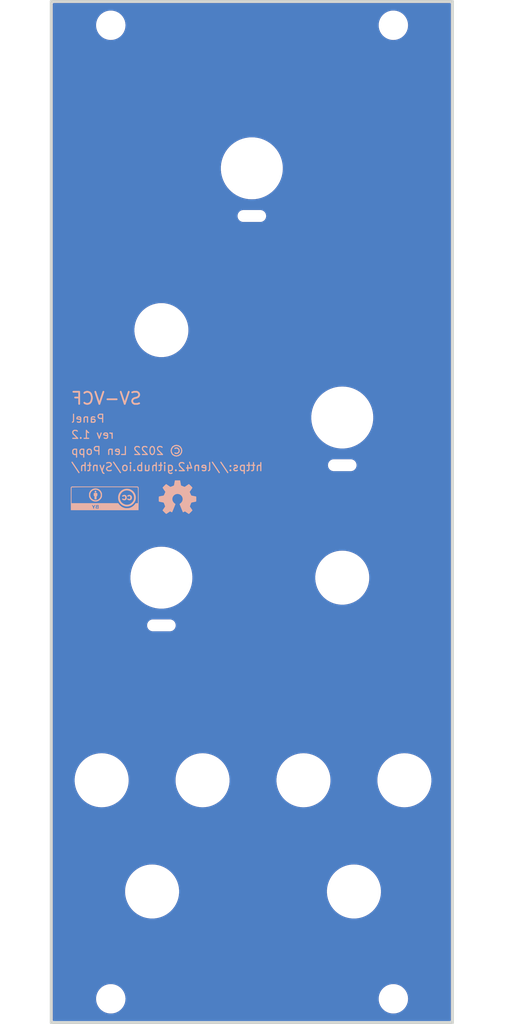
<source format=kicad_pcb>
(kicad_pcb (version 20211014) (generator pcbnew)
  (title_block (title "Eurorack Panel for VCF-SV") (date "2022-12-11") (rev "1.2") (company "Len Popp") (comment 1 "Copyright © 2022 Len Popp CC BY") (comment 2 "10 HP"))
  (layers (0 "F.Cu" signal) (31 "B.Cu" signal) (34 "B.Paste" user) (35 "F.Paste" user) (36 "B.SilkS" user "B.Silkscreen") (37 "F.SilkS" user "F.Silkscreen") (38 "B.Mask" user) (39 "F.Mask" user) (44 "Edge.Cuts" user))
  (net 0 "")
  (footprint "-lmp-holes:MountingHole_Panel_3.2mm_M3" (layer "F.Cu") (at 127.5 53)
    (fp_text reference "REF**" hide)
    (fp_text value "MountingHole_Panel_3.2mm_M3")
    (pad "" np_thru_hole circle locked (at 0 0) (size 3.2 3.2) (drill 3.2) (layers *.Cu *.Mask))
  )
  (footprint "-lmp-holes:MountingHole_Panel_3.2mm_M3" (layer "F.Cu") (at 127.5 175.5)
    (fp_text reference "REF**" hide)
    (fp_text value "MountingHole_Panel_3.2mm_M3")
    (pad "" np_thru_hole circle locked (at 0 0) (size 3.2 3.2) (drill 3.2) (layers *.Cu *.Mask))
  )
  (footprint "-lmp-holes:MountingHole_Panel_3.2mm_M3" (layer "F.Cu") (at 163.06 53)
    (fp_text reference "REF**" hide)
    (fp_text value "MountingHole_Panel_3.2mm_M3")
    (pad "" np_thru_hole circle locked (at 0 0) (size 3.2 3.2) (drill 3.2) (layers *.Cu *.Mask))
  )
  (footprint "-lmp-holes:MountingHole_Panel_3.2mm_M3" (layer "F.Cu") (at 163.06 175.5)
    (fp_text reference "REF**" hide)
    (fp_text value "MountingHole_Panel_3.2mm_M3")
    (pad "" np_thru_hole circle locked (at 0 0) (size 3.2 3.2) (drill 3.2) (layers *.Cu *.Mask))
  )
  (footprint "-lmp-holes:MountingHole_Jack_3.5mm_PJ398" (layer "F.Cu") (at 151.75 148)
    (fp_text reference "REF**" hide)
    (fp_text value "MountingHole_Jack_3.5mm_PJ398")
    (pad "" np_thru_hole circle locked (at 0 0) (size 6.3 6.3) (drill 6.3) (layers *.Cu *.Mask))
  )
  (footprint "-lmp-holes:MountingHole_Jack_3.5mm_PJ398" (layer "F.Cu") (at 164.45 148)
    (fp_text reference "REF**" hide)
    (fp_text value "MountingHole_Jack_3.5mm_PJ398")
    (pad "" np_thru_hole circle locked (at 0 0) (size 6.3 6.3) (drill 6.3) (layers *.Cu *.Mask))
  )
  (footprint "-lmp-holes:MountingHole_Pot_Alpha" (layer "F.Cu") (at 156.63 102.36)
    (fp_text reference "REF**" hide)
    (fp_text value "MountingHole_Pot_Alpha")
    (pad "" np_thru_hole circle (at 0 0) (size 7.3 7.3) (drill 7.3) (layers *.Cu *.Mask))
    (pad "" np_thru_hole oval (at 0 6) (size 3.1 1) (drill oval 3.1 1) (layers F&B.Cu *.Mask))
  )
  (footprint "-lmp-holes:MountingHole_Pot_SongHuei" (layer "F.Cu") (at 156.63 122.51)
    (fp_text reference "REF**" hide)
    (fp_text value "MountingHole_Pot_SongHuei")
    (pad "" np_thru_hole circle (at 0 0) (size 6.3 6.3) (drill 6.3) (layers F&B.Cu *.Mask))
  )
  (footprint "-lmp-holes:MountingHole_Jack_3.5mm_PJ398" (layer "F.Cu") (at 158.1 162)
    (fp_text reference "REF**" hide)
    (fp_text value "MountingHole_Jack_3.5mm_PJ398")
    (pad "" np_thru_hole circle locked (at 0 0) (size 6.3 6.3) (drill 6.3) (layers *.Cu *.Mask))
  )
  (footprint "-lmp-holes:MountingHole_Pot_Alpha" (layer "F.Cu") (at 133.87 122.51)
    (fp_text reference "REF**" hide)
    (fp_text value "MountingHole_Pot_Alpha")
    (pad "" np_thru_hole oval (at 0 6) (size 3.1 1) (drill oval 3.1 1) (layers F&B.Cu *.Mask))
    (pad "" np_thru_hole circle (at 0 0) (size 7.3 7.3) (drill 7.3) (layers *.Cu *.Mask))
  )
  (footprint "-lmp-holes:MountingHole_Jack_3.5mm_PJ398" (layer "F.Cu") (at 126.35 148)
    (fp_text reference "REF**" hide)
    (fp_text value "MountingHole_Jack_3.5mm_PJ398")
    (pad "" np_thru_hole circle locked (at 0 0) (size 6.3 6.3) (drill 6.3) (layers *.Cu *.Mask))
  )
  (footprint "-lmp-holes:MountingHole_Jack_3.5mm_PJ398" (layer "F.Cu") (at 132.7 162)
    (fp_text reference "REF**" hide)
    (fp_text value "MountingHole_Jack_3.5mm_PJ398")
    (pad "" np_thru_hole circle locked (at 0 0) (size 6.3 6.3) (drill 6.3) (layers *.Cu *.Mask))
  )
  (footprint "-lmp-holes:MountingHole_Pot_SongHuei" (layer "F.Cu") (at 133.87 91.36)
    (fp_text reference "REF**" hide)
    (fp_text value "MountingHole_Pot_SongHuei")
    (pad "" np_thru_hole circle (at 0 0) (size 6.3 6.3) (drill 6.3) (layers F&B.Cu *.Mask))
  )
  (footprint "-lmp-holes:MountingHole_Pot_Alpha" (layer "F.Cu") (at 145.25 71)
    (fp_text reference "REF**" hide)
    (fp_text value "MountingHole_Pot_Alpha")
    (pad "" np_thru_hole circle (at 0 0) (size 7.3 7.3) (drill 7.3) (layers *.Cu *.Mask))
    (pad "" np_thru_hole oval (at 0 6) (size 3.1 1) (drill oval 3.1 1) (layers F&B.Cu *.Mask))
  )
  (footprint "-lmp-holes:MountingHole_Jack_3.5mm_PJ398" (layer "F.Cu") (at 139.05 148)
    (fp_text reference "REF**" hide)
    (fp_text value "MountingHole_Jack_3.5mm_PJ398")
    (pad "" np_thru_hole circle locked (at 0 0) (size 6.3 6.3) (drill 6.3) (layers *.Cu *.Mask))
  )
  (footprint "-lmp-misc:Logo_OSHW" (layer "B.Cu") (at 135.89 112.395 180)
    (fp_text reference "G3" hide)
    (fp_text value "Logo_OSHW" hide)
    (fp_poly (pts (xy 0.332309 2.043907) (xy 0.341381 1.998069) (xy 0.354628 1.929173) (xy 0.370495 1.845389) (xy 0.38743 1.75489) (xy 0.393386 1.722796) (xy 0.437401 1.485029) (xy 0.657063 1.393795) (xy 0.74497 1.357921) (xy 0.808749 1.333741) (xy 0.853195 1.319859) (xy 0.883107 1.31488) (xy 0.903282 1.317408) (xy 0.9098 1.320262) (xy 0.933551 1.334917) (xy 0.978298 1.364246) (xy 1.038939 1.404842) (xy 1.110374 1.453296) (xy 1.165969 1.491371) (xy 1.240949 1.542833) (xy 1.307718 1.588474) (xy 1.361493 1.625041) (xy 1.397494 1.649281) (xy 1.409956 1.657414) (xy 1.427811 1.652955) (xy 1.463227 1.627667) (xy 1.517172 1.58073) (xy 1.590613 1.511323) (xy 1.644039 1.458948) (xy 1.711608 1.391108) (xy 1.771268 1.329438) (xy 1.819306 1.277919) (xy 1.852008 1.240535) (xy 1.865664 1.221267) (xy 1.865677 1.221226) (xy 1.859691 1.197676) (xy 1.835212 1.150604) (xy 1.793183 1.081596) (xy 1.734543 0.992239) (xy 1.697471 0.937781) (xy 1.520815 0.68096) (xy 1.619383 0.452127) (xy 1.659348 0.362713) (xy 1.694168 0.291444) (xy 1.72197 0.241872) (xy 1.740879 0.217552) (xy 1.744007 0.215831) (xy 1.767564 0.210654) (xy 1.816769 0.200917) (xy 1.886021 0.187693) (xy 1.969721 0.172052) (xy 2.047875 0.157689) (xy 2.138232 0.140363) (xy 2.217638 0.123538) (xy 2.280838 0.108457) (xy 2.322577 0.096363) (xy 2.33735 0.089224) (xy 2.341052 0.068346) (xy 2.344296 0.021045) (xy 2.34688 -0.047351) (xy 2.348601 -0.131515) (xy 2.349256 -0.224274) (xy 2.34874 -0.336892) (xy 2.346841 -0.421041) (xy 2.343351 -0.479979) (xy 2.33806 -0.516966) (xy 2.330759 -0.535262) (xy 2.329202 -0.536832) (xy 2.307564 -0.54503) (xy 2.260103 -0.557343) (xy 2.192292 -0.572534) (xy 2.109605 -0.589367) (xy 2.031546 -0.604073) (xy 1.940736 -0.621377) (xy 1.860376 -0.638211) (xy 1.795872 -0.653319) (xy 1.752632 -0.665446) (xy 1.736595 -0.672515) (xy 1.722252 -0.695942) (xy 1.700812 -0.741547) (xy 1.674629 -0.803127) (xy 1.646056 -0.87448) (xy 1.617445 -0.949405) (xy 1.591149 -1.021699) (xy 1.569521 -1.085159) (xy 1.554912 -1.133585) (xy 1.549677 -1.160773) (xy 1.550241 -1.163788) (xy 1.562554 -1.182573) (xy 1.589739 -1.222789) (xy 1.628605 -1.279753) (xy 1.675959 -1.348785) (xy 1.717281 -1.408788) (xy 1.768237 -1.483332) (xy 1.812217 -1.548959) (xy 1.846284 -1.601179) (xy 1.867501 -1.635506) (xy 1.873249 -1.647126) (xy 1.862515 -1.661602) (xy 1.832595 -1.694758) (xy 1.786914 -1.742986) (xy 1.728898 -1.802678) (xy 1.661972 -1.870225) (xy 1.652489 -1.879701) (xy 1.570583 -1.960422) (xy 1.507752 -2.019804) (xy 1.461587 -2.059887) (xy 1.429677 -2.082708) (xy 1.409614 -2.090306) (xy 1.404428 -2.089563) (xy 1.382638 -2.077373) (xy 1.339761 -2.050325) (xy 1.280786 -2.011678) (xy 1.210703 -1.964685) (xy 1.15767 -1.928544) (xy 1.084231 -1.878624) (xy 1.019809 -1.835701) (xy 0.968968 -1.802746) (xy 0.936274 -1.782731) (xy 0.926456 -1.778) (xy 0.907758 -1.784814) (xy 0.868466 -1.802925) (xy 0.816075 -1.82883) (xy 0.799669 -1.837215) (xy 0.745513 -1.863547) (xy 0.702661 -1.881495) (xy 0.678317 -1.888138) (xy 0.675671 -1.887463) (xy 0.666195 -1.869527) (xy 0.646683 -1.826283) (xy 0.61885 -1.761921) (xy 0.584411 -1.680627) (xy 0.545081 -1.586591) (xy 0.502576 -1.484001) (xy 0.458609 -1.377043) (xy 0.414897 -1.269908) (xy 0.373154 -1.166782) (xy 0.335095 -1.071855) (xy 0.302436 -0.989313) (xy 0.276891 -0.923346) (xy 0.260175 -0.878141) (xy 0.254004 -0.857887) (xy 0.254 -0.857727) (xy 0.267057 -0.831175) (xy 0.291181 -0.813655) (xy 0.320082 -0.795098) (xy 0.363545 -0.760996) (xy 0.413339 -0.717903) (xy 0.425838 -0.706469) (xy 0.521321 -0.598253) (xy 0.589436 -0.478327) (xy 0.630082 -0.350658) (xy 0.64316 -0.219214) (xy 0.628567 -0.087962) (xy 0.586205 0.039131) (xy 0.515973 0.158097) (xy 0.449685 0.234902) (xy 0.34119 0.322392) (xy 0.220313 0.382989) (xy 0.091552 0.416695) (xy -0.040598 0.423509) (xy -0.171639 0.403432) (xy -0.297073 0.356462) (xy -0.412405 0.282601) (xy -0.465561 0.234902) (xy -0.555494 0.124047) (xy -0.617486 0.002268) (xy -0.651637 -0.126466) (xy -0.658048 -0.258188) (xy -0.636819 -0.38893) (xy -0.588051 -0.514725) (xy -0.511844 -0.631606) (xy -0.441714 -0.706469) (xy -0.391624 -0.750788) (xy -0.345801 -0.787757) (xy -0.31248 -0.810824) (xy -0.307057 -0.813655) (xy -0.278822 -0.836047) (xy -0.269875 -0.857727) (xy -0.275742 -0.877259) (xy -0.292199 -0.921853) (xy -0.317531 -0.987321) (xy -0.350023 -1.069475) (xy -0.38796 -1.164127) (xy -0.429627 -1.267088) (xy -0.473309 -1.374171) (xy -0.517291 -1.481187) (xy -0.559858 -1.583949) (xy -0.599294 -1.678267) (xy -0.633886 -1.759955) (xy -0.661917 -1.824823) (xy -0.681673 -1.868683) (xy -0.691439 -1.887349) (xy -0.691547 -1.887463) (xy -0.708781 -1.884865) (xy -0.74673 -1.87007) (xy -0.79819 -1.845995) (xy -0.815545 -1.837215) (xy -0.87027 -1.809724) (xy -0.914006 -1.789018) (xy -0.939274 -1.778598) (xy -0.942068 -1.778) (xy -0.958281 -1.786545) (xy -0.99619 -1.81026) (xy -1.051371 -1.846265) (xy -1.119398 -1.891677) (xy -1.185816 -1.93675) (xy -1.261905 -1.988112) (xy -1.329536 -2.03255) (xy -1.38415 -2.067164) (xy -1.42119 -2.089057) (xy -1.43553 -2.0955) (xy -1.45167 -2.084739) (xy -1.486309 -2.054764) (xy -1.535721 -2.00903) (xy -1.59618 -1.950995) (xy -1.663958 -1.884116) (xy -1.671057 -1.877013) (xy -1.738416 -1.808944) (xy -1.797325 -1.748305) (xy -1.844348 -1.698724) (xy -1.87605 -1.66383) (xy -1.888994 -1.647251) (xy -1.889125 -1.646708) (xy -1.880529 -1.630386) (xy -1.856698 -1.592506) (xy -1.820567 -1.537547) (xy -1.775072 -1.469987) (xy -1.733157 -1.408788) (xy -1.681353 -1.333531) (xy -1.635515 -1.266643) (xy -1.598836 -1.212805) (xy -1.574507 -1.176699) (xy -1.566117 -1.163788) (xy -1.568212 -1.143868) (xy -1.580361 -1.100924) (xy -1.600208 -1.04116) (xy -1.625402 -0.970779) (xy -1.653588 -0.895982) (xy -1.682414 -0.822973) (xy -1.709526 -0.757956) (xy -1.732571 -0.707131) (xy -1.749196 -0.676703) (xy -1.752471 -0.672589) (xy -1.773188 -0.664012) (xy -1.819798 -0.651325) (xy -1.886901 -0.635788) (xy -1.969098 -0.618661) (xy -2.047875 -0.603599) (xy -2.138935 -0.586192) (xy -2.219747 -0.56945) (xy -2.28486 -0.554608) (xy -2.328819 -0.542897) (xy -2.345532 -0.536285) (xy -2.353122 -0.52039) (xy -2.35869 -0.484937) (xy -2.362422 -0.426925) (xy -2.364508 -0.343353) (xy -2.365136 -0.23122) (xy -2.365132 -0.224274) (xy -2.364454 -0.129816) (xy -2.362715 -0.045899) (xy -2.360116 0.022149) (xy -2.356862 0.069001) (xy -2.353226 0.089224) (xy -2.334501 0.097698) (xy -2.28973 0.110242) (xy -2.224168 0.125615) (xy -2.143071 0.142573) (xy -2.06375 0.157689) (xy -1.972185 0.174539) (xy -1.890317 0.189882) (xy -1.823748 0.202646) (xy -1.778075 0.211759) (xy -1.759883 0.215831) (xy -1.743498 0.23326) (xy -1.717751 0.276831) (xy -1.684515 0.342991) (xy -1.645665 0.428188) (xy -1.635259 0.452127) (xy -1.536691 0.68096) (xy -1.713347 0.937781) (xy -1.780321 1.037176) (xy -1.831178 1.117053) (xy -1.864977 1.175825) (xy -1.880778 1.211907) (xy -1.881553 1.221226) (xy -1.867997 1.240398) (xy -1.835375 1.277706) (xy -1.787401 1.329167) (xy -1.727787 1.390799) (xy -1.660247 1.458619) (xy -1.659915 1.458948) (xy -1.573506 1.542945) (xy -1.507347 1.603693) (xy -1.460731 1.641791) (xy -1.432952 1.657841) (xy -1.425832 1.657743) (xy -1.406307 1.644973) (xy -1.365455 1.617396) (xy -1.30806 1.57827) (xy -1.238906 1.530853) (xy -1.182688 1.492145) (xy -1.106717 1.440046) (xy -1.037755 1.393314) (xy -0.980931 1.355382) (xy -0.941376 1.329681) (xy -0.92652 1.320706) (xy -0.909039 1.315224) (xy -0.884577 1.316423) (xy -0.848256 1.32571) (xy -0.7952 1.344489) (xy -0.720531 1.374168) (xy -0.672939 1.393795) (xy -0.453277 1.485029) (xy -0.409262 1.722796) (xy -0.392321 1.813715) (xy -0.375898 1.900809) (xy -0.361547 1.975906) (xy -0.35082 2.030837) (xy -0.348185 2.043907) (xy -0.331124 2.12725) (xy 0.315248 2.12725) (xy 0.332309 2.043907)) (layer "B.SilkS") (width 0.01) (fill solid))
  )
  (footprint "-lmp-misc:Logo_CC_BY" (layer "B.Cu") (at 126.746 112.522 180)
    (fp_text reference "G1" hide)
    (fp_text value "Logo_CC_BY" hide)
    (fp_poly (pts (xy -3.02103 0.424598) (xy -2.91672 0.387702) (xy -2.880305 0.364287) (xy -2.831233 0.316441) (xy -2.82357 0.27634) (xy -2.857298 0.243) (xy -2.878228 0.233015) (xy -2.927801 0.217368) (xy -2.96114 0.224786) (xy -2.981416 0.240625) (xy -3.034554 0.267504) (xy -3.099006 0.273562) (xy -3.155714 0.258594) (xy -3.175583 0.242714) (xy -3.193774 0.202761) (xy -3.208244 0.139832) (xy -3.212007 0.110423) (xy -3.207041 0.017637) (xy -3.176589 -0.051636) (xy -3.126708 -0.092927) (xy -3.063452 -0.101769) (xy -2.992878 -0.073694) (xy -2.977533 -0.062563) (xy -2.937359 -0.035025) (xy -2.905035 -0.032112) (xy -2.858844 -0.052225) (xy -2.856122 -0.053629) (xy -2.789721 -0.087967) (xy -2.839486 -0.141245) (xy -2.933756 -0.213414) (xy -3.043435 -0.250287) (xy -3.158803 -0.250035) (xy -3.254244 -0.219188) (xy -3.333304 -0.158345) (xy -3.387757 -0.072069) (xy -3.416357 0.029772) (xy -3.417861 0.13731) (xy -3.391023 0.240675) (xy -3.334599 0.329998) (xy -3.324795 0.340295) (xy -3.236756 0.400263) (xy -3.131605 0.428574) (xy -3.02103 0.424598)) (layer "B.SilkS") (width 0.01) (fill solid))
    (fp_poly (pts (xy 1.007728 -1.10891) (xy 1.049387 -1.134554) (xy 1.058333 -1.165687) (xy 1.039922 -1.20516) (xy 0.995527 -1.235496) (xy 0.941409 -1.250332) (xy 0.893826 -1.243305) (xy 0.881944 -1.234722) (xy 0.871604 -1.205116) (xy 0.867833 -1.160639) (xy 0.873749 -1.117666) (xy 0.900438 -1.102183) (xy 0.929602 -1.100667) (xy 1.007728 -1.10891)) (layer "B.SilkS") (width 0.01) (fill solid))
    (fp_poly (pts (xy -2.563057 1.182731) (xy -2.361828 1.123237) (xy -2.176836 1.028043) (xy -2.012387 0.898954) (xy -1.872787 0.737776) (xy -1.851627 0.706999) (xy -1.760969 0.533924) (xy -1.702324 0.341508) (xy -1.676332 0.138827) (xy -1.683633 -0.065038) (xy -1.724866 -0.261008) (xy -1.774419 -0.38896) (xy -1.88282 -0.569588) (xy -2.02332 -0.726553) (xy -2.190308 -0.855437) (xy -2.378175 -0.951818) (xy -2.558393 -1.006682) (xy -2.661676 -1.025313) (xy -2.752778 -1.032549) (xy -2.849774 -1.028779) (xy -2.963334 -1.015429) (xy -3.161479 -0.968309) (xy -3.342295 -0.883698) (xy -3.50892 -0.760016) (xy -3.553297 -0.718328) (xy -3.700506 -0.54945) (xy -3.806929 -0.371404) (xy -3.873687 -0.181037) (xy -3.901084 0.018874) (xy -3.687783 0.018874) (xy -3.657491 -0.157882) (xy -3.6048 -0.296334) (xy -3.539895 -0.400636) (xy -3.448266 -0.509609) (xy -3.342045 -0.611122) (xy -3.233365 -0.693046) (xy -3.174437 -0.726586) (xy -3.01123 -0.784497) (xy -2.833345 -0.810389) (xy -2.655039 -0.803099) (xy -2.54 -0.778349) (xy -2.383548 -0.714064) (xy -2.23681 -0.620867) (xy -2.110085 -0.506773) (xy -2.013669 -0.379796) (xy -2.002272 -0.359795) (xy -1.926639 -0.181924) (xy -1.889736 -0.003553) (xy -1.888625 0.171489) (xy -1.920364 0.339374) (xy -1.982014 0.496271) (xy -2.070635 0.638352) (xy -2.183288 0.761788) (xy -2.317032 0.862749) (xy -2.468928 0.937407) (xy -2.636035 0.981932) (xy -2.815414 0.992496) (xy -3.004125 0.965269) (xy -3.017095 0.961982) (xy -3.18983 0.896576) (xy -3.341128 0.799061) (xy -3.468467 0.674837) (xy -3.569325 0.529307) (xy -3.641178 0.367869) (xy -3.681505 0.195924) (xy -3.687783 0.018874) (xy -3.901084 0.018874) (xy -3.901897 0.024804) (xy -3.89365 0.240822) (xy -3.851504 0.433215) (xy -3.772288 0.615301) (xy -3.660959 0.781846) (xy -3.522476 0.927617) (xy -3.361796 1.047378) (xy -3.183877 1.135898) (xy -2.996996 1.187388) (xy -2.776215 1.204716) (xy -2.563057 1.182731)) (layer "B.SilkS") (width 0.01) (fill solid))
    (fp_poly (pts (xy 1.377307 1.219627) (xy 1.537281 1.160105) (xy 1.682469 1.068615) (xy 1.807111 0.946685) (xy 1.905443 0.795844) (xy 1.909413 0.787882) (xy 1.940321 0.722465) (xy 1.960425 0.668687) (xy 1.972035 0.614111) (xy 1.977464 0.5463) (xy 1.979023 0.452817) (xy 1.979083 0.413084) (xy 1.977975 0.304751) (xy 1.973402 0.226714) (xy 1.963487 0.166965) (xy 1.946354 0.113498) (xy 1.924445 0.06345) (xy 1.831411 -0.086953) (xy 1.708237 -0.212584) (xy 1.561218 -0.310224) (xy 1.396648 -0.376655) (xy 1.220825 -0.408659) (xy 1.040042 -0.403016) (xy 1.018548 -0.399695) (xy 0.861591 -0.353137) (xy 0.711567 -0.270809) (xy 0.576827 -0.159249) (xy 0.465722 -0.024998) (xy 0.405977 0.080051) (xy 0.378882 0.143162) (xy 0.361991 0.200848) (xy 0.352996 0.266663) (xy 0.349584 0.354157) (xy 0.349386 0.38893) (xy 0.500593 0.38893) (xy 0.510606 0.302508) (xy 0.536592 0.193771) (xy 0.574165 0.106276) (xy 0.63213 0.022779) (xy 0.683322 -0.035796) (xy 0.81069 -0.145244) (xy 0.953839 -0.216764) (xy 1.108269 -0.249085) (xy 1.269476 -0.24094) (xy 1.34649 -0.222717) (xy 1.49922 -0.157615) (xy 1.625396 -0.064388) (xy 1.723417 0.051265) (xy 1.791679 0.183645) (xy 1.828583 0.327053) (xy 1.832525 0.475789) (xy 1.801903 0.624155) (xy 1.735117 0.766451) (xy 1.654299 0.872386) (xy 1.547984 0.968323) (xy 1.43207 1.031456) (xy 1.296278 1.066311) (xy 1.191868 1.075973) (xy 1.097105 1.078188) (xy 1.028028 1.072995) (xy 0.96827 1.05784) (xy 0.902986 1.030864) (xy 0.760552 0.944352) (xy 0.645883 0.830942) (xy 0.562193 0.696593) (xy 0.512692 0.547269) (xy 0.500593 0.38893) (xy 0.349386 0.38893) (xy 0.34925 0.41275) (xy 0.350641 0.516588) (xy 0.356385 0.591778) (xy 0.368837 0.651959) (xy 0.39035 0.710769) (xy 0.407119 0.747943) (xy 0.489615 0.895944) (xy 0.586193 1.012456) (xy 0.704778 1.107466) (xy 0.866283 1.1911) (xy 1.036047 1.236653) (xy 1.208308 1.245652) (xy 1.377307 1.219627)) (layer "B.SilkS") (width 0.01) (fill solid))
    (fp_poly (pts (xy -2.39168 0.425061) (xy -2.365422 0.419864) (xy -2.306453 0.398275) (xy -2.24476 0.363217) (xy -2.192613 0.323291) (xy -2.162283 0.287101) (xy -2.159 0.275127) (xy -2.176157 0.258362) (xy -2.218635 0.2336) (xy -2.231009 0.227502) (xy -2.279889 0.206692) (xy -2.308737 0.20668) (xy -2.334969 0.228531) (xy -2.340123 0.234165) (xy -2.393198 0.266129) (xy -2.45973 0.274255) (xy -2.512218 0.258537) (xy -2.546037 0.216053) (xy -2.568158 0.147925) (xy -2.574311 0.070185) (xy -2.570997 0.037874) (xy -2.542321 -0.039667) (xy -2.492697 -0.087999) (xy -2.430625 -0.10356) (xy -2.364608 -0.082791) (xy -2.335818 -0.060589) (xy -2.297118 -0.030981) (xy -2.260723 -0.028782) (xy -2.223329 -0.04199) (xy -2.176133 -0.065406) (xy -2.163143 -0.089267) (xy -2.183198 -0.124379) (xy -2.211106 -0.155875) (xy -2.296435 -0.218831) (xy -2.399927 -0.251253) (xy -2.508693 -0.251377) (xy -2.609839 -0.217439) (xy -2.619569 -0.211781) (xy -2.700833 -0.14597) (xy -2.749326 -0.06404) (xy -2.768556 0.041501) (xy -2.76827 0.105949) (xy -2.745638 0.232547) (xy -2.693649 0.330106) (xy -2.615317 0.396277) (xy -2.513656 0.428712) (xy -2.39168 0.425061)) (layer "B.SilkS") (width 0.01) (fill solid))
    (fp_poly (pts (xy 1.198591 0.946718) (xy 1.24453 0.917911) (xy 1.27384 0.871061) (xy 1.277828 0.813909) (xy 1.259491 0.769726) (xy 1.210366 0.728824) (xy 1.146002 0.723246) (xy 1.095375 0.742529) (xy 1.066734 0.780694) (xy 1.059449 0.837345) (xy 1.073909 0.894193) (xy 1.091595 0.919238) (xy 1.144715 0.94974) (xy 1.198591 0.946718)) (layer "B.SilkS") (width 0.01) (fill solid))
    (fp_poly (pts (xy 1.008624 -0.933911) (xy 1.031746 -0.945922) (xy 1.03403 -0.973783) (xy 1.033347 -0.978959) (xy 1.019822 -1.01226) (xy 0.983682 -1.028491) (xy 0.947208 -1.033153) (xy 0.895209 -1.034637) (xy 0.872834 -1.022459) (xy 0.867847 -0.98928) (xy 0.867833 -0.985528) (xy 0.872155 -0.95086) (xy 0.893029 -0.935299) (xy 0.942319 -0.931379) (xy 0.953972 -0.931334) (xy 1.008624 -0.933911)) (layer "B.SilkS") (width 0.01) (fill solid))
    (fp_poly (pts (xy 4.22386 1.429564) (xy 4.275963 1.377461) (xy 4.270523 -0.057395) (xy 4.265083 -1.49225) (xy 0.019454 -1.497593) (xy -0.401443 -1.498054) (xy -0.811056 -1.498365) (xy -1.207377 -1.498531) (xy -1.588395 -1.498556) (xy -1.952102 -1.498445) (xy -2.296486 -1.498202) (xy -2.619538 -1.49783) (xy -2.919248 -1.497335) (xy -3.193607 -1.496719) (xy -3.440605 -1.495988) (xy -3.658231 -1.495145) (xy -3.844477 -1.494195) (xy -3.997332 -1.493142) (xy -4.114786 -1.491989) (xy -4.19483 -1.490742) (xy -4.235454 -1.489404) (xy -4.240338 -1.488774) (xy -4.242738 -1.465738) (xy -4.24501 -1.403866) (xy -4.24712 -1.306657) (xy -4.249033 -1.17761) (xy -4.250715 -1.020222) (xy -4.252132 -0.837992) (xy -4.253248 -0.634417) (xy -4.25403 -0.412996) (xy -4.254443 -0.177227) (xy -4.2545 -0.048427) (xy -4.2545 0.366183) (xy -4.169834 0.366183) (xy -4.169834 -0.613834) (xy -4.026959 -0.614379) (xy -3.884084 -0.614925) (xy -3.812144 -0.720966) (xy -3.692651 -0.864995) (xy -3.542152 -0.996181) (xy -3.371665 -1.106777) (xy -3.192209 -1.189035) (xy -3.108881 -1.21544) (xy -2.997957 -1.235421) (xy -2.862492 -1.245246) (xy -2.719048 -1.244881) (xy -2.584188 -1.234297) (xy -2.486239 -1.216626) (xy -2.272603 -1.14063) (xy -2.076159 -1.027636) (xy -1.902364 -0.881322) (xy -1.872569 -0.846667) (xy 0.783166 -0.846667) (xy 0.783166 -1.312334) (xy 0.917895 -1.312334) (xy 1.004895 -1.308401) (xy 1.064225 -1.294438) (xy 1.108395 -1.268464) (xy 1.153631 -1.212561) (xy 1.16015 -1.151895) (xy 1.127249 -1.095152) (xy 1.122761 -1.090924) (xy 1.095408 -1.06005) (xy 1.100119 -1.036022) (xy 1.112178 -1.022631) (xy 1.140542 -0.973664) (xy 1.127789 -0.922153) (xy 1.100666 -0.889) (xy 1.066252 -0.864363) (xy 1.017466 -0.851272) (xy 0.941826 -0.846789) (xy 0.92075 -0.846667) (xy 1.185789 -0.846667) (xy 1.270228 -0.984623) (xy 1.319 -1.071602) (xy 1.345387 -1.140404) (xy 1.354475 -1.205058) (xy 1.354666 -1.217456) (xy 1.35688 -1.276088) (xy 1.367744 -1.303811) (xy 1.393598 -1.311987) (xy 1.407583 -1.312334) (xy 1.440934 -1.308067) (xy 1.456279 -1.287521) (xy 1.460461 -1.23908) (xy 1.460563 -1.222375) (xy 1.468744 -1.154833) (xy 1.496329 -1.080912) (xy 1.543713 -0.994834) (xy 1.585033 -0.925149) (xy 1.606079 -0.883515) (xy 1.608913 -0.86202) (xy 1.595597 -0.852753) (xy 1.581496 -0.849898) (xy 1.555171 -0.849042) (xy 1.530909 -0.860656) (xy 1.501095 -0.89146) (xy 1.45812 -0.948175) (xy 1.437195 -0.977303) (xy 1.403307 -1.024763) (xy 1.352528 -0.935878) (xy 1.314063 -0.878532) (xy 1.2778 -0.852038) (xy 1.243769 -0.84683) (xy 1.185789 -0.846667) (xy 0.92075 -0.846667) (xy 0.783166 -0.846667) (xy -1.872569 -0.846667) (xy -1.783802 -0.743422) (xy -1.68774 -0.613834) (xy 4.191 -0.613834) (xy 4.191 0.366183) (xy 4.190708 0.611968) (xy 4.18979 0.818065) (xy 4.188178 0.987114) (xy 4.185805 1.121755) (xy 4.182605 1.224631) (xy 4.178511 1.298382) (xy 4.173457 1.345649) (xy 4.167375 1.369072) (xy 4.165599 1.3716) (xy 4.141594 1.374757) (xy 4.07774 1.377723) (xy 3.97652 1.380499) (xy 3.840418 1.383084) (xy 3.671917 1.385478) (xy 3.473502 1.387681) (xy 3.247656 1.389693) (xy 2.996862 1.391514) (xy 2.723604 1.393145) (xy 2.430367 1.394585) (xy 2.119632 1.395834) (xy 1.793885 1.396892) (xy 1.455608 1.397759) (xy 1.107285 1.398435) (xy 0.751401 1.398921) (xy 0.390438 1.399216) (xy 0.02688 1.39932) (xy -0.336789 1.399233) (xy -0.698086 1.398955) (xy -1.054526 1.398487) (xy -1.403627 1.397827) (xy -1.742905 1.396977) (xy -2.069875 1.395936) (xy -2.382055 1.394704) (xy -2.676961 1.393282) (xy -2.952109 1.391668) (xy -3.205015 1.389864) (xy -3.433196 1.387869) (xy -3.634169 1.385683) (xy -3.805449 1.383306) (xy -3.944553 1.380738) (xy -4.048998 1.37798) (xy -4.116299 1.37503) (xy -4.143973 1.37189) (xy -4.144434 1.3716) (xy -4.150797 1.353998) (xy -4.156114 1.313246) (xy -4.160454 1.246703) (xy -4.163882 1.151728) (xy -4.166465 1.025681) (xy -4.168271 0.865919) (xy -4.169365 0.669804) (xy -4.169814 0.434693) (xy -4.169834 0.366183) (xy -4.2545 0.366183) (xy -4.2545 1.377757) (xy -4.202546 1.429712) (xy -4.150591 1.481666) (xy 4.171757 1.481666) (xy 4.22386 1.429564)) (layer "B.SilkS") (width 0.01) (fill solid))
    (fp_poly (pts (xy 1.265371 0.674893) (xy 1.332164 0.667029) (xy 1.368521 0.652922) (xy 1.374168 0.64759) (xy 1.387404 0.607674) (xy 1.393405 0.532293) (xy 1.392634 0.451798) (xy 1.388574 0.368274) (xy 1.382243 0.318048) (xy 1.370829 0.292085) (xy 1.351516 0.281354) (xy 1.338791 0.278986) (xy 1.316623 0.273497) (xy 1.302673 0.259195) (xy 1.295045 0.227858) (xy 1.291842 0.171267) (xy 1.291168 0.081201) (xy 1.291166 0.072611) (xy 1.291166 -0.127) (xy 1.037166 -0.127) (xy 1.037166 0.072611) (xy 1.036608 0.165606) (xy 1.033668 0.224491) (xy 1.02645 0.257486) (xy 1.013056 0.272812) (xy 0.991591 0.278688) (xy 0.989541 0.278986) (xy 0.964679 0.286104) (xy 0.949697 0.304969) (xy 0.941426 0.345002) (xy 0.936694 0.415619) (xy 0.935704 0.438879) (xy 0.933742 0.541942) (xy 0.942403 0.610052) (xy 0.96854 0.650424) (xy 1.01901 0.670269) (xy 1.100668 0.676801) (xy 1.162319 0.677333) (xy 1.265371 0.674893)) (layer "B.SilkS") (width 0.01) (fill solid))
  )
  (gr_line (start 120 178.5) (end 120 50) (layer "Edge.Cuts") (width 0.3556))
  (gr_line (start 170.5 50) (end 170.5 178.5) (layer "Edge.Cuts") (width 0.3556))
  (gr_line (start 120 50) (end 170.5 50) (layer "Edge.Cuts") (width 0.3556))
  (gr_line (start 170.5 178.5) (end 120 178.5) (layer "Edge.Cuts") (width 0.3556))
  (gr_text "Panel" (at 122.428 102.489) (layer "B.SilkS") (effects (font (size 1 1)) (justify right mirror)))
  (gr_text "rev ${REVISION}" (at 122.428 104.521) (layer "B.SilkS") (effects (font (size 1 1)) (justify right mirror)))
  (gr_text "https://len42.github.io/Synth/" (at 122.428 108.585) (layer "B.SilkS") (effects (font (size 1.016 1.016) (thickness 0.1524)) (justify right mirror)))
  (gr_text "© 2022 Len Popp" (at 122.428 106.553) (layer "B.SilkS") (effects (font (size 1 1)) (justify right mirror)))
  (gr_text "SV-VCF" (at 122.428 99.949) (layer "B.SilkS") (effects (font (size 1.524 1.524) (thickness 0.2286)) (justify right mirror)))
  (zone (net 0) (net_name "") (layers F&B.Cu) (connect_pads (clearance 0.2032)) (min_thickness 0.2032) (fill yes (thermal_gap 0.508) (thermal_bridge_width 0.508))
    (polygon (pts (xy 170.6 178.6) (xy 119.9 178.6) (xy 119.9 49.9) (xy 170.6 49.9)))
  )
)
</source>
